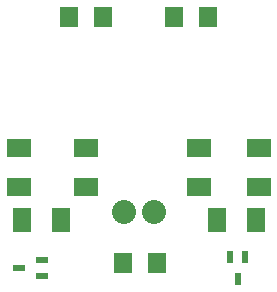
<source format=gtp>
G04 (created by PCBNEW (2013-07-07 BZR 4022)-stable) date 23/08/2014 11:16:52*
%MOIN*%
G04 Gerber Fmt 3.4, Leading zero omitted, Abs format*
%FSLAX34Y34*%
G01*
G70*
G90*
G04 APERTURE LIST*
%ADD10C,0.00590551*%
%ADD11C,0.08*%
%ADD12R,0.0394X0.0236*%
%ADD13R,0.0236X0.0394*%
%ADD14R,0.06X0.08*%
%ADD15R,0.08X0.06*%
%ADD16R,0.0629X0.0709*%
G04 APERTURE END LIST*
G54D10*
G54D11*
X36000Y-36500D03*
X37000Y-36500D03*
G54D12*
X33274Y-38094D03*
X33274Y-38606D03*
X32526Y-38350D03*
G54D13*
X39544Y-37976D03*
X40056Y-37976D03*
X39800Y-38724D03*
G54D14*
X32600Y-36750D03*
X33900Y-36750D03*
X40400Y-36750D03*
X39100Y-36750D03*
G54D15*
X32500Y-34350D03*
X32500Y-35650D03*
X34750Y-34350D03*
X34750Y-35650D03*
X38500Y-34350D03*
X38500Y-35650D03*
X40500Y-34350D03*
X40500Y-35650D03*
G54D16*
X35981Y-38180D03*
X37099Y-38180D03*
X35309Y-30000D03*
X34191Y-30000D03*
X37691Y-30000D03*
X38809Y-30000D03*
M02*

</source>
